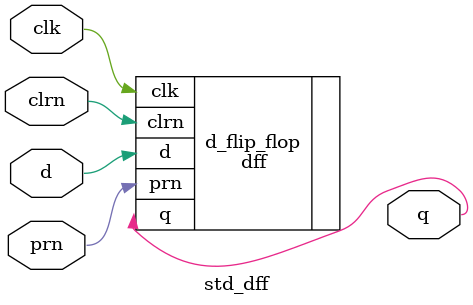
<source format=sv>
module std_dff
(
	input d,
	input clk,
	input clrn,
	input prn,
	output logic q
);

`ifdef NO_PRIMITIVES

	// Register signals have a set priority.
	// The HDL design should reflect this priority.
	always_ff @(negedge clrn, negedge prn, posedge clk) begin : d_flip_flop
		if (~clrn) begin
			q <= 1'b0;
		end else if (~prn) begin
			q <= 1'b1;
		end else begin
			q <= d;
		end
	end : d_flip_flop
	
`else
	
	dff d_flip_flop (.d(d), .clk(clk), .clrn(clrn), .prn(prn), .q(q));
	
`endif

endmodule: std_dff
</source>
